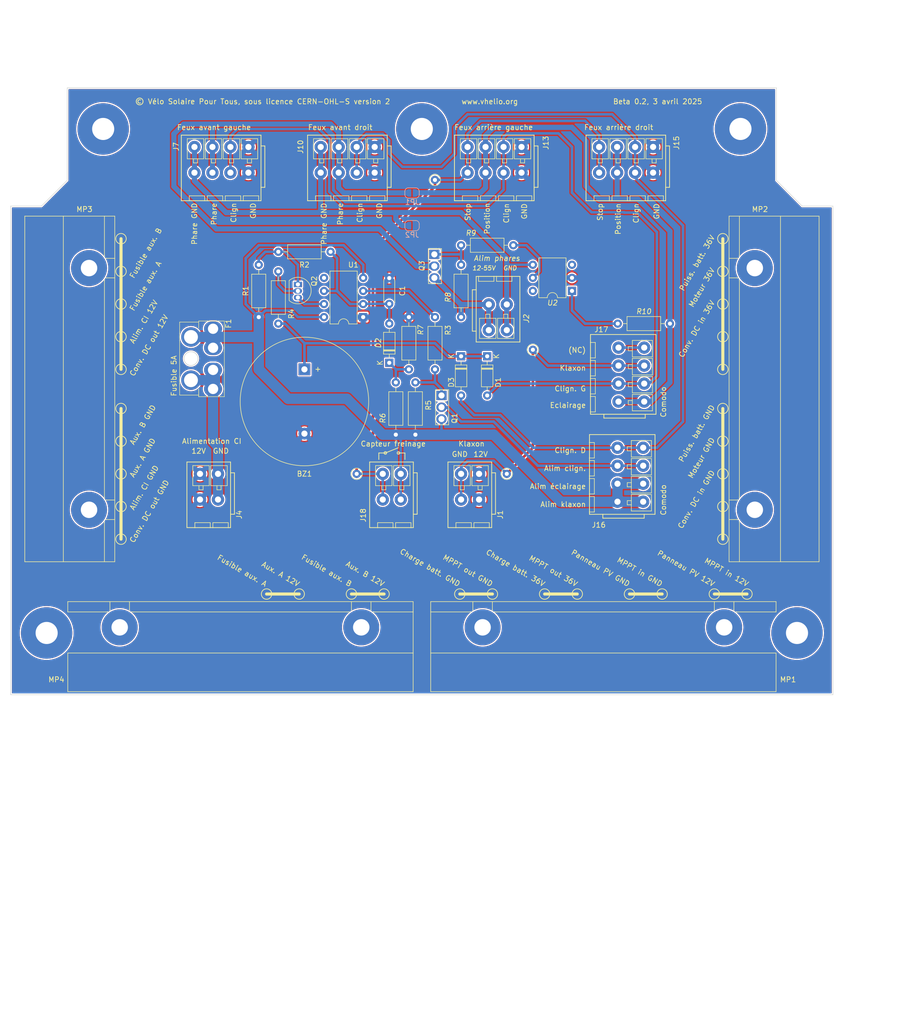
<source format=kicad_pcb>
(kicad_pcb (version 20211014) (generator pcbnew)

  (general
    (thickness 1.6)
  )

  (paper "A4")
  (layers
    (0 "F.Cu" signal)
    (31 "B.Cu" signal)
    (32 "B.Adhes" user "B.Adhesive")
    (33 "F.Adhes" user "F.Adhesive")
    (34 "B.Paste" user)
    (35 "F.Paste" user)
    (36 "B.SilkS" user "B.Silkscreen")
    (37 "F.SilkS" user "F.Silkscreen")
    (38 "B.Mask" user)
    (39 "F.Mask" user)
    (40 "Dwgs.User" user "User.Drawings")
    (41 "Cmts.User" user "User.Comments")
    (42 "Eco1.User" user "User.Eco1")
    (43 "Eco2.User" user "User.Eco2")
    (44 "Edge.Cuts" user)
    (45 "Margin" user)
    (46 "B.CrtYd" user "B.Courtyard")
    (47 "F.CrtYd" user "F.Courtyard")
    (48 "B.Fab" user)
    (49 "F.Fab" user)
    (50 "User.1" user)
    (51 "User.2" user)
    (52 "User.3" user)
    (53 "User.4" user)
    (54 "User.5" user)
    (55 "User.6" user)
    (56 "User.7" user)
    (57 "User.8" user)
    (58 "User.9" user)
  )

  (setup
    (stackup
      (layer "F.SilkS" (type "Top Silk Screen"))
      (layer "F.Paste" (type "Top Solder Paste"))
      (layer "F.Mask" (type "Top Solder Mask") (thickness 0.01))
      (layer "F.Cu" (type "copper") (thickness 0.035))
      (layer "dielectric 1" (type "core") (thickness 1.51) (material "FR4") (epsilon_r 4.5) (loss_tangent 0.02))
      (layer "B.Cu" (type "copper") (thickness 0.035))
      (layer "B.Mask" (type "Bottom Solder Mask") (thickness 0.01))
      (layer "B.Paste" (type "Bottom Solder Paste"))
      (layer "B.SilkS" (type "Bottom Silk Screen"))
      (copper_finish "None")
      (dielectric_constraints no)
    )
    (pad_to_mask_clearance 0)
    (pcbplotparams
      (layerselection 0x00010e0_ffffffff)
      (disableapertmacros false)
      (usegerberextensions false)
      (usegerberattributes true)
      (usegerberadvancedattributes true)
      (creategerberjobfile true)
      (svguseinch false)
      (svgprecision 6)
      (excludeedgelayer true)
      (plotframeref false)
      (viasonmask false)
      (mode 1)
      (useauxorigin false)
      (hpglpennumber 1)
      (hpglpenspeed 20)
      (hpglpendiameter 15.000000)
      (dxfpolygonmode true)
      (dxfimperialunits true)
      (dxfusepcbnewfont true)
      (psnegative false)
      (psa4output false)
      (plotreference true)
      (plotvalue true)
      (plotinvisibletext false)
      (sketchpadsonfab false)
      (subtractmaskfromsilk false)
      (outputformat 1)
      (mirror false)
      (drillshape 0)
      (scaleselection 1)
      (outputdirectory "")
    )
  )

  (net 0 "")
  (net 1 "GND")
  (net 2 "Net-(F1-Pad2)")
  (net 3 "Net-(D1-Pad2)")
  (net 4 "Net-(D3-Pad2)")
  (net 5 "/Phares")
  (net 6 "Net-(J13-Pad4)")
  (net 7 "Net-(J1-Pad2)")
  (net 8 "/Flasher/Out")
  (net 9 "unconnected-(J17-Pad4)")
  (net 10 "/12V_5A")
  (net 11 "Net-(Q1-Pad1)")
  (net 12 "Net-(C1-Pad1)")
  (net 13 "Net-(Q2-Pad1)")
  (net 14 "unconnected-(U1-Pad5)")
  (net 15 "Net-(Q2-Pad2)")
  (net 16 "/Flasher/Enable")
  (net 17 "Net-(Q2-Pad3)")
  (net 18 "Net-(R3-Pad1)")
  (net 19 "Net-(D2-Pad1)")
  (net 20 "Net-(J2-Pad1)")
  (net 21 "Net-(J10-Pad4)")
  (net 22 "Net-(J10-Pad3)")
  (net 23 "Net-(Q3-Pad1)")
  (net 24 "Net-(R9-Pad2)")
  (net 25 "Net-(R10-Pad1)")
  (net 26 "unconnected-(U2-Pad3)")
  (net 27 "unconnected-(U2-Pad6)")

  (footprint "circuit:Wago_221-500_SplicingConnectorHolder" (layer "F.Cu") (at 95.25 82.55 90))

  (footprint "circuit:MountingHole_5mm" (layer "F.Cu") (at 87 130))

  (footprint "circuit:Buzzer_25x16_12.5" (layer "F.Cu") (at 137.16 78.74 -90))

  (footprint "circuit:Wago_221-500_SplicingConnectorHolder" (layer "F.Cu") (at 124.714 128.905 180))

  (footprint "circuit:Generic_FuseHolder_MINI" (layer "F.Cu") (at 119.38 70.85 -90))

  (footprint "Resistor_THT:R_Axial_DIN0207_L6.3mm_D2.5mm_P10.16mm_Horizontal" (layer "F.Cu") (at 167.64 68.58 90))

  (footprint "circuit:TerminalBlock_Wago_2601-3102_1x02_P3.50mm_Vertical" (layer "F.Cu") (at 120.340003 104.06 180))

  (footprint "Resistor_THT:R_Axial_DIN0207_L6.3mm_D2.5mm_P10.16mm_Horizontal" (layer "F.Cu") (at 162.56 68.58 -90))

  (footprint "circuit:MountingHole_5mm" (layer "F.Cu") (at 98 32))

  (footprint "circuit:TerminalBlock_Wago_2601-3104_1x04_P3.50mm_Vertical" (layer "F.Cu") (at 179.4 40.5 180))

  (footprint "Package_DIP:DIP-8_W7.62mm" (layer "F.Cu") (at 148.59 68.58 180))

  (footprint "circuit:Strap_D2.0mm_Drill1.0mm" (layer "F.Cu") (at 176.53 99.06))

  (footprint "circuit:TerminalBlock_Wago_2601-3104_1x04_P3.50mm_Vertical" (layer "F.Cu") (at 205 40.5 180))

  (footprint "Resistor_THT:R_Axial_DIN0207_L6.3mm_D2.5mm_P10.16mm_Horizontal" (layer "F.Cu") (at 167.64 54.61))

  (footprint "circuit:MountingHole_5mm" (layer "F.Cu") (at 222 32))

  (footprint "Diode_THT:D_DO-35_SOD27_P7.62mm_Horizontal" (layer "F.Cu") (at 172.72 76.2 -90))

  (footprint "Resistor_THT:R_Axial_DIN0207_L6.3mm_D2.5mm_P10.16mm_Horizontal" (layer "F.Cu") (at 198.12 69.85))

  (footprint "circuit:TO-92L_Inline" (layer "F.Cu") (at 135.89 62.23 -90))

  (footprint "circuit:TerminalBlock_Wago_2601-3104_1x04_P3.50mm_Vertical" (layer "F.Cu") (at 126.26 40.5 180))

  (footprint "circuit:TO-251-3_Vertical" (layer "F.Cu") (at 162.44 56.38 -90))

  (footprint "Resistor_THT:R_Axial_DIN0207_L6.3mm_D2.5mm_P10.16mm_Horizontal" (layer "F.Cu") (at 157.48 78.74 90))

  (footprint "circuit:TerminalBlock_Wago_2601-3104_1x04_P3.50mm_Vertical" (layer "F.Cu") (at 198.07 104.480004 90))

  (footprint "Resistor_THT:R_Axial_DIN0207_L6.3mm_D2.5mm_P10.16mm_Horizontal" (layer "F.Cu") (at 158.75 91.44 90))

  (footprint "circuit:Wago_221-500_SplicingConnectorHolder" (layer "F.Cu") (at 224.79 82.55 -90))

  (footprint "Resistor_THT:R_Axial_DIN0207_L6.3mm_D2.5mm_P10.16mm_Horizontal" (layer "F.Cu") (at 132.08 59.69 -90))

  (footprint "circuit:MountingHole_5mm" (layer "F.Cu") (at 160 32))

  (footprint "Resistor_THT:R_Axial_DIN0207_L6.3mm_D2.5mm_P10.16mm_Horizontal" (layer "F.Cu") (at 154.94 91.44 90))

  (footprint "circuit:Strap_D2.0mm_Drill1.0mm" (layer "F.Cu") (at 147.32 99.06))

  (footprint "Resistor_THT:R_Axial_DIN0207_L6.3mm_D2.5mm_P10.16mm_Horizontal" (layer "F.Cu") (at 128.27 68.58 90))

  (footprint "Resistor_THT:R_Axial_DIN0207_L6.3mm_D2.5mm_P10.16mm_Horizontal" (layer "F.Cu") (at 132.08 55.88))

  (footprint "circuit:Strap_D2.0mm_Drill1.0mm" (layer "F.Cu") (at 181.61 74.93))

  (footprint "Package_DIP:DIP-6_W7.62mm" (layer "F.Cu") (at 189.22 63.485 180))

  (footprint "Capacitor_THT:C_Disc_D4.3mm_W1.9mm_P5.00mm" (layer "F.Cu") (at 153.67 66 90))

  (footprint "circuit:Strap_D2.0mm_Drill1.0mm" (layer "F.Cu") (at 162.549996 41.91))

  (footprint "circuit:TerminalBlock_Wago_2601-3102_1x02_P3.50mm_Vertical" (layer "F.Cu") (at 173.029997 66.12))

  (footprint "Diode_THT:D_DO-35_SOD27_P7.62mm_Horizontal" (layer "F.Cu") (at 167.64 76.2 -90))

  (footprint "circuit:TerminalBlock_Wago_2601-3102_1x02_P3.50mm_Vertical" (layer "F.Cu") (at 171.140003 104.06 180))

  (footprint "circuit:Wago_221-500_SplicingConnectorHolder" (layer "F.Cu") (at 195.326 128.905 180))

  (footprint "circuit:TerminalBlock_Wago_2601-3102_1x02_P3.50mm_Vertical" (layer "F.Cu") (at 155.900003 104.06 180))

  (footprint "circuit:TerminalBlock_Wago_2601-3104_1x04_P3.50mm_Vertical" (layer "F.Cu")
    (tedit 67E5B593) (tstamp f0bb7a02-0e1b-4bf1-a79e-b4feecadb0c8)
    (at 198.2698 85.014998 90)
    (tags "Wago 2601-3104")
    (property "Sheetfile" "circuit.kicad_sch")
    (property "Sheetname" "")
    (path "/90f52f81-ab5d-4820-9fad-61f0087c4bbf")
    (attr through_hole)
    (fp_text reference "J17" (at 14.014998 -4.7698 unlocked) (layer "F.SilkS")
      (effects (font (size 1 1) (thickness 0.15)) (justify left))
      (tstamp 00f6a67c-a032-469e-9560-b139d4e1b4a7)
    )
    (fp_text value "Conn_Comodo_B" (at 4.925002 -2.9599 90 unlocked) (layer "F.Fab")
      (effects (font (size 1 1) (thickness 0.15)))
      (tstamp 4d65018e-4d1b-43c4-a8bd-5faea86df2b4)
    )
    (fp_text user "${REFERENCE}" (at -2.5 -3.5 90 unlocked) (layer "F.Fab")
      (effects (font (size 1 1) (thickness 0.15)) (justify left))
      (tstamp 382ce14f-0b78-4c2d-9fe1-67023cc607e4)
    )
    (fp_line (start 9.900004 1.9) (end 9.900004 2.7) (layer "F.SilkS") (width 0.12) (tstamp 0f81970b-f55e-4039-a8ff-40c0a07bab88))
    (fp_line (start -2.449998 -2.849999) (end -3.199999 -2.849999) (layer "F.SilkS") (width 0.1524) (tstamp 28449fbe-c83c-4caf-9302-16b9df6b395f))
    (fp_line (start 3.700004 2.7) (end 3.700004 1.9) (layer "F.SilkS") (width 0.12) (tstamp 2dc87334-fd40-4e01-9fef-3fdc57ef4547))
    (fp_line (start 11.500004 -5.5) (end 11.500004 -4.5) (layer "F.SilkS") (width 0.12) (tstamp 2de38d86-7c82-418c-99ca-14d4f0d099d3))
    (fp_line (start 8.700004 2.7) (end 11.900004 2.7) (layer "F.SilkS") (width 0.12) (tstamp 2f670aab-9e89-41fe-876d-bce239efa431))
    (fp_line (start 8.700004 6.6) (end 8.700004 2.7) (layer "F.SilkS") (width 0.12) (tstamp 355967bb-76d7-417b-99f5-a39dd20a6464))
    (fp_line (start 8.000004 -5.5) (end 8.000004 -4.5) (layer "F.SilkS") (width 0.12) (tstamp 3b15cc06-7d3c-4626-808e-cdda2174d896))
    (fp_line (start 7.200004 1.9) (end 6.400004 1.9) (layer "F.SilkS") (width 0.12) (tstamp 3d349242-813e-4b0d-b017-d7c82e86c036))
    (fp_line (start 5.200004 2.7) (end 8.400004 2.7) (layer "F.SilkS") (width 0.12) (tstamp 3f9478d4-122a-4960-956c-35916e723b41))
    (fp_line (start 8.400004 2.7) (end 8.400004 6.6) (layer "F.SilkS") (width 0.12) (tstamp 40305e0e-c9f1-49e6-9a11-38396c5aad44))
    (fp_line (start -2.449998 5.2) (end -3.199999 5.2) (layer "F.SilkS") (width 0.1524) (tstamp 4ca74f24-ecf3-4ff5-afc6-b10ba78ad56b))
    (fp_line (start 8.000004 -4.5) (end 5.000004 -4.5) (layer "F.SilkS") (width 0.12) (tstamp 4e9d9bbb-bb4b-4f71-a57a-a915249deb73))
    (fp_line (start 0.200004 1.9) (end -0.599996 1.9) (layer "F.SilkS") (width 0.12) (tstamp 518648e5-4c77-424a-b965-aef22f525c53))
    (fp_line (start 8.500004 -4.5) (end 8.500004 -5.5) (layer "F.SilkS") (width 0.12) (tstamp 5194aa52-8a01-4b48-9fe0-6f06965993f4))
    (fp_line (start 5.200004 6.6) (end 5.200004 2.7) (layer "F.SilkS") (width 0.12) (tstamp 580bcbef-c9c2-457f-8868-2dffbabb4aea))
    (fp_line (start 1.400004 6.6) (end -1.799996 6.6) (layer "F.SilkS") (width 0.12) (tstamp 67dceaff-b3ab-4673-8804-ffccf009d830))
    (fp_line (start -2.449999 7.300001) (end -2.449999 -5.449999) (layer "F.SilkS") (width 0.1524) (tstamp 6a44edfe-2ae4-4a26-af04-29021170551e))
    (fp_line (start 7.200004 2.7) (end 7.200004 1.9) (layer "F.SilkS") (width 0.12) (tstamp 6bac8064-9e5b-4360-8ae1-29dc97f679dc))
    (fp_line (start 8.400004 6.6) (end 5.200004 6.6) (layer "F.SilkS") (width 0.12) (tstamp 710a512b-7b56-4f7f-bfcb-35465a2e76f9))
    (fp_line (start -1.999996 -4.5) (end -1.999996 -5.5) (layer "F.SilkS") (width 0.12) (tstamp 76d14182-5fab-4f07-b34a-9bc7b5ea7c05))
    (fp_line (start 1.000004 -5.5) (end 1.000004 -4.5) (layer "F.SilkS") (width 0.12) (tstamp 79415c1b-cc22-4b7c-bc05-fd9d3e052059))
    (fp_line (start 11.900004 6.6) (end 8.700004 6.6) (layer "F.SilkS") (width 0.12) (tstamp 7aceb50e-cb67-4afd-9c8c-716237856cce))
    (fp_line (start 1.500004 -4.5) (end 1.500004 -5.5) (layer "F.SilkS") (width 0.12) (tstamp 7dc8afb2-47e3-4136-9ae3-dbe9b5c6384f))
    (fp_line (start 2.900004 1.9) (end 2.900004 2.7) (layer "F.SilkS") (width 0.12) (tstamp 7f0652db-34e0-4fb2-8abe-37eb1d07dc0f))
    (fp_line (start 1.000004 -4.5) (end -1.999996 -4.5) (layer "F.SilkS") (width 0.12) (tstamp 8d059e65-4e84-42b9-8a98-f1a833ba10dc))
    (fp_line (start 10.700004 2.7) (end 10.700004 1.9) (layer "F.SilkS") (width 0.12) (tstamp 91c13ed2-1035-4e8a-b348-26e573bcfce9))
    (fp_line (start 4.500004 -4.5) (end 1.500004 -4.5) (layer "F.SilkS") (width 0.12) (tstamp 922db659-b88c-4732-a911-2b45c05f13fc))
    (fp_line (start 11.500004 -4.5) (end 8.500004 -4.5) (layer "F.SilkS") (width 0.12) (tstamp 94bbdd44-f7f7-4f1f-93b7-2ab019235a58))
    (fp_line (start 4.900004 2.7) (end 4.900004 6.6) (layer "F.SilkS") (width 0.12) (tstamp 9c465d0a-3acf-44e4-926b-a8e6ae8ccd7b))
    (fp_line (start -2.449999 7.300001) (end 13.050002 7.300001) (layer "F.SilkS") (width 0.1524) (tstamp 9c8e37e8-5fb2-4bbf-bf72-b7b396f9cb47))
    (fp_line (start -0.599996 1.9) (end -0.599996 2.7) (layer "F.SilkS") (width 0.12) (tstamp 9f7adb6b-5df9-4d03-b0e6-cbdba04bf2fb))
    (fp_line (start 13.050002 -5.449999) (end 13.050002 7.300001) (layer "F.SilkS") (width 0.1524) (tstamp a02123a2-48d6-42d7-8224-1acec1028ae3))
    (fp_line (start 3.700004 1.9) (end 2.900004 1.9) (layer "F.SilkS") (width 0.12) (tstamp aa519abb-0e99-4d57-a68c-08794f0a2550))
    (fp_line (start 1.400004 2.7) (end 1.400004 6.6) (layer "F.SilkS") (width 0.12) (tstamp ac060b34-f677-47ee-900d-de2d436a0594))
    (fp_line (start -2.449999 -5.449999) (end 13.050002 -5.449999) (layer "F.SilkS") (width 0.1524) (tstamp b3d2b3b2-eee3-4354-96ae-35ebc3a7e3fd))
    (fp_line (start -1.799996 2.7) (end 1.400004 2.7) (layer "F.SilkS") (width 0.12) (tstamp b5439700-fda7-4956-b08c-8949e60f6fe5))
    (fp_line (start 4.900004 6.6) (end 1.700004 6.6) (layer "F.SilkS") (width 0.12) (tstamp bc4499ed-d675-4463-a987-f8cd58a9102c))
    (fp_line (start -1.799996 6.6) (end -1.799996 2.7) (layer "F.SilkS") (width 0.12) (tstamp d026afe8-5538-4de1-aecf-36ce48ac0de0))
    (fp_line (start 0.200004 2.7) (end 0.200004 1.9) (layer "F.SilkS") (width 0.12) (tstamp d3a2aff2-5f28-4465-9188-48602e8e75cc))
    (fp_line (start 5.000004 -4.5) (end 5.000004 -5.5) (layer "F.SilkS") (width 0.12) (tstamp d96154b3-e481-4778-addc-507db9c3272d))
    (fp_line (start 1.700004 2.7) (end 4.900004 2.7) (layer "F.SilkS") (width 0.12) (tstamp e2bdcc34-a8c3-4e8f-a2ac-f5a61abfc6ba))
    (fp_line (start 11.900004 2.7) (end 11.900004 6.6) (layer "F.SilkS") (width 0.12) (tstamp e50054c1-942f-418a-bfd7-d248cd0d4c57))
    (fp_line (start 1.700004 6.6) (end 1.700004 2.7) (layer "F.SilkS") (width 0.12) (tstamp ec0b3062-fec8-4159-b282-3c3e632ad68c))
    (fp_line (start 10.700004 1.9) (end 9.900004 1.9) (layer "F.SilkS") (width 0.12) (tstamp f149694e-4336-45f7-8a0b-aed91118ad18))
    (fp_line (start 4.500004 -5.5) (end 4.500004 -4.5) (layer "F.SilkS") (width 0.12) (tstamp f98a1b91-9aa3-4c7d-9ab6-cc42f1ef1222))
    (fp_line (start -3.199999 5.2) (end -3.199999 -2.849999) (layer "F.SilkS") (width 0.1524) (tstamp fa554101-4328-4c98-9592-c6659e0acd71))
    (fp_line (start 6.400004 1.9) (end 6.400004 2.7) (layer "F.SilkS") (width 0.12) (tstamp fbdeacd2-5f57-493f-956d-539f97abf67b))
    (fp_line (start 13.304002 7.554001) (end 13.304002 -5.703999) (layer "F.CrtYd") (width 0.1524) (tstamp 110e359e-5f88-4430-8754-51124b3f8591))
    (fp_line (start -3.453998 7.554001) (end 13.304002 7.554001) (layer "F.CrtYd") (width 0.1524) (tstamp d80c7616-7cc4-4a44-a28a-538f77882cc1))
    (fp_line (start 13.304002 -5.703999) (end -3.453998 -5.703999) (layer "F.CrtYd") (width 0.1524) (tstamp f6dd3a30-118f-450f-a0e1-e755e60c59b2))
    (fp_line (start -3.453998 -5.703999) (end -3.453998 7.554001) (layer "F.CrtYd") (width 0.1524) (tstamp ffb2a04f-519f-4d64-837d-926b42c94e96))
    (fp_line (start 5.000004 -5.5) (end 8.000004 -5.5) (layer "F.Fab") (width 0.1) (tstamp 037de9aa-a34e-4431-8769-841d7d04060a))
    (fp_line (start 4.500004 -13.5) (end 1.500004 -13.5) (layer "F.Fab") (width 0.1) (tstamp 04c74dd5-f6c8-4c9d-8c28-3b17ac54986b))
    (fp_line (start -1.999996 -5.5) (end 1.000004 -5.5) (layer "F.Fab") (width 0.1) (tstamp 0653ab69-e029-4b96-ac20-3fc5f586df4c))
    (fp_line (start 11.500004 -5.5) (end 11.500004 -13.5) (layer "F.Fab") (width 0.1) (tstamp 18a17eb6-f45e-4c15-bce2-217ce6b1e774))
    (fp_line (start 4.500004 -5.5) (end 4.500004 -13.5) (layer "F.Fab") (width 0.1) (tstamp 264d62b2-4dce-43cb-8ed6-cc9704332239))
    (fp_line (start 8.000004 -13.5) (end 5.000004 -13.5) (layer "F.Fab") (width 0.1) (tstamp 2af80b09-e4ec-4fbf-9a6a-889b6439a0cb))
    (fp_line (start 8.000004 -5.5) (end 8.000004 -13.5) (layer "F.Fab") (width 0.1) (tstamp 2c831197-3673-4a55-945e-4f3263f57df0))
    (fp_line (start 1.500004 -13.5) (end 1.500004 -5.5) (layer "F.Fab") (width 0.1) (tstamp 2f4248fc-ba
... [1202001 chars truncated]
</source>
